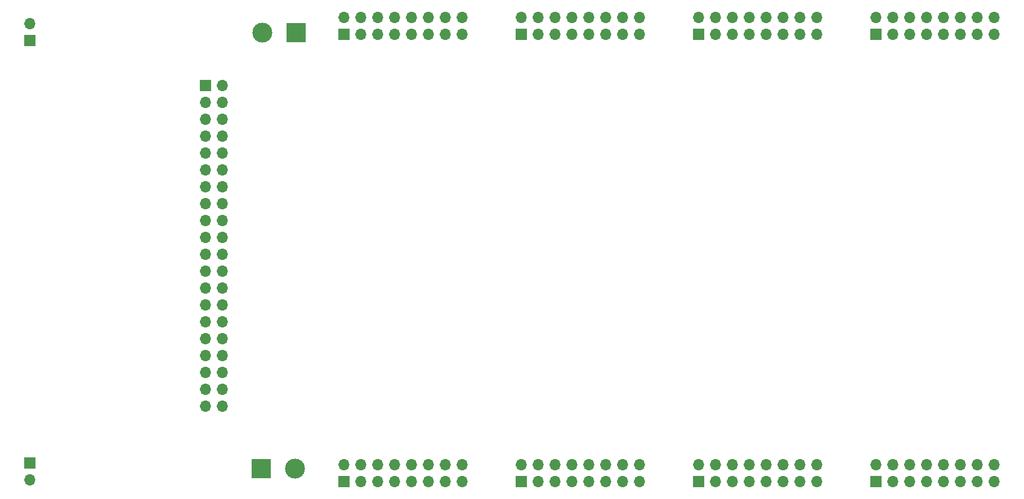
<source format=gbr>
%TF.GenerationSoftware,KiCad,Pcbnew,(5.1.9)-1*%
%TF.CreationDate,2021-05-05T20:18:33+02:00*%
%TF.ProjectId,opena3xx-hardware-controller-board,6f70656e-6133-4787-982d-686172647761,rev?*%
%TF.SameCoordinates,Original*%
%TF.FileFunction,Soldermask,Bot*%
%TF.FilePolarity,Negative*%
%FSLAX46Y46*%
G04 Gerber Fmt 4.6, Leading zero omitted, Abs format (unit mm)*
G04 Created by KiCad (PCBNEW (5.1.9)-1) date 2021-05-05 20:18:33*
%MOMM*%
%LPD*%
G01*
G04 APERTURE LIST*
%ADD10O,1.700000X1.700000*%
%ADD11R,1.700000X1.700000*%
%ADD12C,3.000000*%
%ADD13R,3.000000X3.000000*%
G04 APERTURE END LIST*
D10*
%TO.C,J5*%
X90940000Y-125860000D03*
X88400000Y-125860000D03*
X90940000Y-123320000D03*
X88400000Y-123320000D03*
X90940000Y-120780000D03*
X88400000Y-120780000D03*
X90940000Y-118240000D03*
X88400000Y-118240000D03*
X90940000Y-115700000D03*
X88400000Y-115700000D03*
X90940000Y-113160000D03*
X88400000Y-113160000D03*
X90940000Y-110620000D03*
X88400000Y-110620000D03*
X90940000Y-108080000D03*
X88400000Y-108080000D03*
X90940000Y-105540000D03*
X88400000Y-105540000D03*
X90940000Y-103000000D03*
X88400000Y-103000000D03*
X90940000Y-100460000D03*
X88400000Y-100460000D03*
X90940000Y-97920000D03*
X88400000Y-97920000D03*
X90940000Y-95380000D03*
X88400000Y-95380000D03*
X90940000Y-92840000D03*
X88400000Y-92840000D03*
X90940000Y-90300000D03*
X88400000Y-90300000D03*
X90940000Y-87760000D03*
X88400000Y-87760000D03*
X90940000Y-85220000D03*
X88400000Y-85220000D03*
X90940000Y-82680000D03*
X88400000Y-82680000D03*
X90940000Y-80140000D03*
X88400000Y-80140000D03*
X90940000Y-77600000D03*
D11*
X88400000Y-77600000D03*
%TD*%
D12*
%TO.C,J4*%
X96920000Y-69600000D03*
D13*
X102000000Y-69600000D03*
%TD*%
D12*
%TO.C,J3*%
X101880000Y-135255000D03*
D13*
X96800000Y-135255000D03*
%TD*%
D10*
%TO.C,J2*%
X62000000Y-68260000D03*
D11*
X62000000Y-70800000D03*
%TD*%
D10*
%TO.C,J1*%
X62000000Y-136940000D03*
D11*
X62000000Y-134400000D03*
%TD*%
D10*
%TO.C,BUS7*%
X207010000Y-134620000D03*
X207010000Y-137160000D03*
X204470000Y-134620000D03*
X204470000Y-137160000D03*
X201930000Y-134620000D03*
X201930000Y-137160000D03*
X199390000Y-134620000D03*
X199390000Y-137160000D03*
X196850000Y-134620000D03*
X196850000Y-137160000D03*
X194310000Y-134620000D03*
X194310000Y-137160000D03*
X191770000Y-134620000D03*
X191770000Y-137160000D03*
X189230000Y-134620000D03*
D11*
X189230000Y-137160000D03*
%TD*%
D10*
%TO.C,BUS6*%
X180340000Y-134620000D03*
X180340000Y-137160000D03*
X177800000Y-134620000D03*
X177800000Y-137160000D03*
X175260000Y-134620000D03*
X175260000Y-137160000D03*
X172720000Y-134620000D03*
X172720000Y-137160000D03*
X170180000Y-134620000D03*
X170180000Y-137160000D03*
X167640000Y-134620000D03*
X167640000Y-137160000D03*
X165100000Y-134620000D03*
X165100000Y-137160000D03*
X162560000Y-134620000D03*
D11*
X162560000Y-137160000D03*
%TD*%
D10*
%TO.C,BUS5*%
X153670000Y-134620000D03*
X153670000Y-137160000D03*
X151130000Y-134620000D03*
X151130000Y-137160000D03*
X148590000Y-134620000D03*
X148590000Y-137160000D03*
X146050000Y-134620000D03*
X146050000Y-137160000D03*
X143510000Y-134620000D03*
X143510000Y-137160000D03*
X140970000Y-134620000D03*
X140970000Y-137160000D03*
X138430000Y-134620000D03*
X138430000Y-137160000D03*
X135890000Y-134620000D03*
D11*
X135890000Y-137160000D03*
%TD*%
D10*
%TO.C,BUS4*%
X127000000Y-134620000D03*
X127000000Y-137160000D03*
X124460000Y-134620000D03*
X124460000Y-137160000D03*
X121920000Y-134620000D03*
X121920000Y-137160000D03*
X119380000Y-134620000D03*
X119380000Y-137160000D03*
X116840000Y-134620000D03*
X116840000Y-137160000D03*
X114300000Y-134620000D03*
X114300000Y-137160000D03*
X111760000Y-134620000D03*
X111760000Y-137160000D03*
X109220000Y-134620000D03*
D11*
X109220000Y-137160000D03*
%TD*%
D10*
%TO.C,BUS3*%
X207010000Y-67310000D03*
X207010000Y-69850000D03*
X204470000Y-67310000D03*
X204470000Y-69850000D03*
X201930000Y-67310000D03*
X201930000Y-69850000D03*
X199390000Y-67310000D03*
X199390000Y-69850000D03*
X196850000Y-67310000D03*
X196850000Y-69850000D03*
X194310000Y-67310000D03*
X194310000Y-69850000D03*
X191770000Y-67310000D03*
X191770000Y-69850000D03*
X189230000Y-67310000D03*
D11*
X189230000Y-69850000D03*
%TD*%
D10*
%TO.C,BUS2*%
X180340000Y-67310000D03*
X180340000Y-69850000D03*
X177800000Y-67310000D03*
X177800000Y-69850000D03*
X175260000Y-67310000D03*
X175260000Y-69850000D03*
X172720000Y-67310000D03*
X172720000Y-69850000D03*
X170180000Y-67310000D03*
X170180000Y-69850000D03*
X167640000Y-67310000D03*
X167640000Y-69850000D03*
X165100000Y-67310000D03*
X165100000Y-69850000D03*
X162560000Y-67310000D03*
D11*
X162560000Y-69850000D03*
%TD*%
D10*
%TO.C,BUS1*%
X153670000Y-67310000D03*
X153670000Y-69850000D03*
X151130000Y-67310000D03*
X151130000Y-69850000D03*
X148590000Y-67310000D03*
X148590000Y-69850000D03*
X146050000Y-67310000D03*
X146050000Y-69850000D03*
X143510000Y-67310000D03*
X143510000Y-69850000D03*
X140970000Y-67310000D03*
X140970000Y-69850000D03*
X138430000Y-67310000D03*
X138430000Y-69850000D03*
X135890000Y-67310000D03*
D11*
X135890000Y-69850000D03*
%TD*%
D10*
%TO.C,BUS0*%
X127000000Y-67310000D03*
X127000000Y-69850000D03*
X124460000Y-67310000D03*
X124460000Y-69850000D03*
X121920000Y-67310000D03*
X121920000Y-69850000D03*
X119380000Y-67310000D03*
X119380000Y-69850000D03*
X116840000Y-67310000D03*
X116840000Y-69850000D03*
X114300000Y-67310000D03*
X114300000Y-69850000D03*
X111760000Y-67310000D03*
X111760000Y-69850000D03*
X109220000Y-67310000D03*
D11*
X109220000Y-69850000D03*
%TD*%
M02*

</source>
